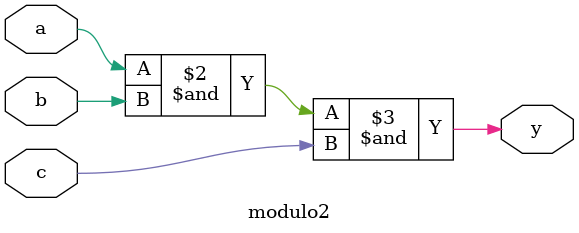
<source format=v>
`timescale 1ns / 1ps
module modulo2(input wire a, b, c,
	output reg y);
	always @*
	begin
	y=a;
	y = y & b;
	y= y  & c;
	end
	
   endmodule


</source>
